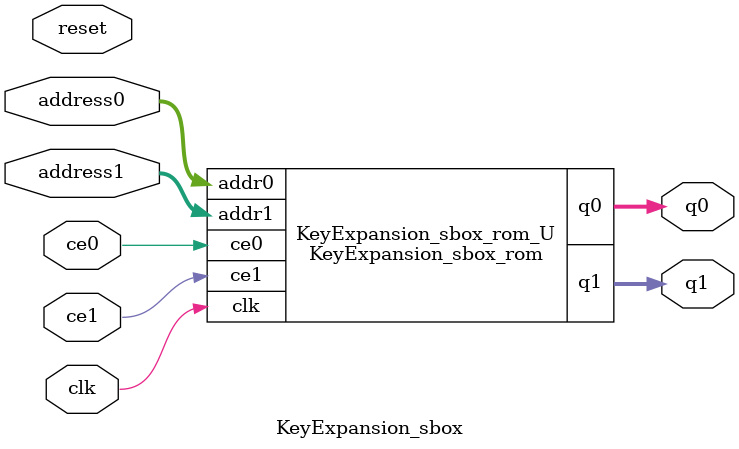
<source format=v>
`timescale 1 ns / 1 ps
module KeyExpansion_sbox_rom (
addr0, ce0, q0, addr1, ce1, q1, clk);

parameter DWIDTH = 8;
parameter AWIDTH = 8;
parameter MEM_SIZE = 256;

input[AWIDTH-1:0] addr0;
input ce0;
output reg[DWIDTH-1:0] q0;
input[AWIDTH-1:0] addr1;
input ce1;
output reg[DWIDTH-1:0] q1;
input clk;

reg [DWIDTH-1:0] ram[0:MEM_SIZE-1];

initial begin
ram[0] = 8'h63;
ram[1] = 8'h7C;
ram[2] = 8'h77;
ram[3] = 8'h7B;
ram[4] = 8'hF2;
ram[5] = 8'h6B;
ram[6] = 8'h6F;
ram[7] = 8'hC5;
ram[8] = 8'h30;
ram[9] = 8'h01;
ram[10] = 8'h67;
ram[11] = 8'h2B;
ram[12] = 8'hFE;
ram[13] = 8'hD7;
ram[14] = 8'hAB;
ram[15] = 8'h76;
ram[16] = 8'hCA;
ram[17] = 8'h82;
ram[18] = 8'hC9;
ram[19] = 8'h7D;
ram[20] = 8'hFA;
ram[21] = 8'h59;
ram[22] = 8'h47;
ram[23] = 8'hF0;
ram[24] = 8'hAD;
ram[25] = 8'hD4;
ram[26] = 8'hA2;
ram[27] = 8'hAF;
ram[28] = 8'h9C;
ram[29] = 8'hA4;
ram[30] = 8'h72;
ram[31] = 8'hC0;
ram[32] = 8'hB7;
ram[33] = 8'hFD;
ram[34] = 8'h93;
ram[35] = 8'h26;
ram[36] = 8'h36;
ram[37] = 8'h3F;
ram[38] = 8'hF7;
ram[39] = 8'hCC;
ram[40] = 8'h34;
ram[41] = 8'hA5;
ram[42] = 8'hE5;
ram[43] = 8'hF1;
ram[44] = 8'h71;
ram[45] = 8'hD8;
ram[46] = 8'h31;
ram[47] = 8'h15;
ram[48] = 8'h04;
ram[49] = 8'hC7;
ram[50] = 8'h23;
ram[51] = 8'hC3;
ram[52] = 8'h18;
ram[53] = 8'h96;
ram[54] = 8'h05;
ram[55] = 8'h9A;
ram[56] = 8'h07;
ram[57] = 8'h12;
ram[58] = 8'h80;
ram[59] = 8'hE2;
ram[60] = 8'hEB;
ram[61] = 8'h27;
ram[62] = 8'hB2;
ram[63] = 8'h75;
ram[64] = 8'h09;
ram[65] = 8'h83;
ram[66] = 8'h2C;
ram[67] = 8'h1A;
ram[68] = 8'h1B;
ram[69] = 8'h6E;
ram[70] = 8'h5A;
ram[71] = 8'hA0;
ram[72] = 8'h52;
ram[73] = 8'h3B;
ram[74] = 8'hD6;
ram[75] = 8'hB3;
ram[76] = 8'h29;
ram[77] = 8'hE3;
ram[78] = 8'h2F;
ram[79] = 8'h84;
ram[80] = 8'h53;
ram[81] = 8'hD1;
ram[82] = 8'h00;
ram[83] = 8'hED;
ram[84] = 8'h20;
ram[85] = 8'hFC;
ram[86] = 8'hB1;
ram[87] = 8'h5B;
ram[88] = 8'h6A;
ram[89] = 8'hCB;
ram[90] = 8'hBE;
ram[91] = 8'h39;
ram[92] = 8'h4A;
ram[93] = 8'h4C;
ram[94] = 8'h58;
ram[95] = 8'hCF;
ram[96] = 8'hD0;
ram[97] = 8'hEF;
ram[98] = 8'hAA;
ram[99] = 8'hFB;
ram[100] = 8'h43;
ram[101] = 8'h4D;
ram[102] = 8'h33;
ram[103] = 8'h85;
ram[104] = 8'h45;
ram[105] = 8'hF9;
ram[106] = 8'h02;
ram[107] = 8'h7F;
ram[108] = 8'h50;
ram[109] = 8'h3C;
ram[110] = 8'h9F;
ram[111] = 8'hA8;
ram[112] = 8'h51;
ram[113] = 8'hA3;
ram[114] = 8'h40;
ram[115] = 8'h8F;
ram[116] = 8'h92;
ram[117] = 8'h9D;
ram[118] = 8'h38;
ram[119] = 8'hF5;
ram[120] = 8'hBC;
ram[121] = 8'hB6;
ram[122] = 8'hDA;
ram[123] = 8'h21;
ram[124] = 8'h10;
ram[125] = 8'hFF;
ram[126] = 8'hF3;
ram[127] = 8'hD2;
ram[128] = 8'hCD;
ram[129] = 8'h0C;
ram[130] = 8'h13;
ram[131] = 8'hEC;
ram[132] = 8'h5F;
ram[133] = 8'h97;
ram[134] = 8'h44;
ram[135] = 8'h17;
ram[136] = 8'hC4;
ram[137] = 8'hA7;
ram[138] = 8'h7E;
ram[139] = 8'h3D;
ram[140] = 8'h64;
ram[141] = 8'h5D;
ram[142] = 8'h19;
ram[143] = 8'h73;
ram[144] = 8'h60;
ram[145] = 8'h81;
ram[146] = 8'h4F;
ram[147] = 8'hDC;
ram[148] = 8'h22;
ram[149] = 8'h2A;
ram[150] = 8'h90;
ram[151] = 8'h88;
ram[152] = 8'h46;
ram[153] = 8'hEE;
ram[154] = 8'hB8;
ram[155] = 8'h14;
ram[156] = 8'hDE;
ram[157] = 8'h5E;
ram[158] = 8'h0B;
ram[159] = 8'hDB;
ram[160] = 8'hE0;
ram[161] = 8'h32;
ram[162] = 8'h3A;
ram[163] = 8'h0A;
ram[164] = 8'h49;
ram[165] = 8'h06;
ram[166] = 8'h24;
ram[167] = 8'h5C;
ram[168] = 8'hC2;
ram[169] = 8'hD3;
ram[170] = 8'hAC;
ram[171] = 8'h62;
ram[172] = 8'h91;
ram[173] = 8'h95;
ram[174] = 8'hE4;
ram[175] = 8'h79;
ram[176] = 8'hE7;
ram[177] = 8'hC8;
ram[178] = 8'h37;
ram[179] = 8'h6D;
ram[180] = 8'h8D;
ram[181] = 8'hD5;
ram[182] = 8'h4E;
ram[183] = 8'hA9;
ram[184] = 8'h6C;
ram[185] = 8'h56;
ram[186] = 8'hF4;
ram[187] = 8'hEA;
ram[188] = 8'h65;
ram[189] = 8'h7A;
ram[190] = 8'hAE;
ram[191] = 8'h08;
ram[192] = 8'hBA;
ram[193] = 8'h78;
ram[194] = 8'h25;
ram[195] = 8'h2E;
ram[196] = 8'h1C;
ram[197] = 8'hA6;
ram[198] = 8'hB4;
ram[199] = 8'hC6;
ram[200] = 8'hE8;
ram[201] = 8'hDD;
ram[202] = 8'h74;
ram[203] = 8'h1F;
ram[204] = 8'h4B;
ram[205] = 8'hBD;
ram[206] = 8'h8B;
ram[207] = 8'h8A;
ram[208] = 8'h70;
ram[209] = 8'h3E;
ram[210] = 8'hB5;
ram[211] = 8'h66;
ram[212] = 8'h48;
ram[213] = 8'h03;
ram[214] = 8'hF6;
ram[215] = 8'h0E;
ram[216] = 8'h61;
ram[217] = 8'h35;
ram[218] = 8'h57;
ram[219] = 8'hB9;
ram[220] = 8'h86;
ram[221] = 8'hC1;
ram[222] = 8'h1D;
ram[223] = 8'h9E;
ram[224] = 8'hE1;
ram[225] = 8'hF8;
ram[226] = 8'h98;
ram[227] = 8'h11;
ram[228] = 8'h69;
ram[229] = 8'hD9;
ram[230] = 8'h8E;
ram[231] = 8'h94;
ram[232] = 8'h9B;
ram[233] = 8'h1E;
ram[234] = 8'h87;
ram[235] = 8'hE9;
ram[236] = 8'hCE;
ram[237] = 8'h55;
ram[238] = 8'h28;
ram[239] = 8'hDF;
ram[240] = 8'h8C;
ram[241] = 8'hA1;
ram[242] = 8'h89;
ram[243] = 8'h0D;
ram[244] = 8'hBF;
ram[245] = 8'hE6;
ram[246] = 8'h42;
ram[247] = 8'h68;
ram[248] = 8'h41;
ram[249] = 8'h99;
ram[250] = 8'h2D;
ram[251] = 8'h0F;
ram[252] = 8'hB0;
ram[253] = 8'h54;
ram[254] = 8'hBB;
ram[255] = 8'h16;
end



always @(posedge clk)  
begin 
    if (ce0) 
    begin
        q0 <= ram[addr0];
    end
end



always @(posedge clk)  
begin 
    if (ce1) 
    begin
        q1 <= ram[addr1];
    end
end



endmodule

`timescale 1 ns / 1 ps
module KeyExpansion_sbox(
    reset,
    clk,
    address0,
    ce0,
    q0,
    address1,
    ce1,
    q1);

parameter DataWidth = 32'd8;
parameter AddressRange = 32'd256;
parameter AddressWidth = 32'd8;
input reset;
input clk;
input[AddressWidth - 1:0] address0;
input ce0;
output[DataWidth - 1:0] q0;
input[AddressWidth - 1:0] address1;
input ce1;
output[DataWidth - 1:0] q1;



KeyExpansion_sbox_rom KeyExpansion_sbox_rom_U(
    .clk( clk ),
    .addr0( address0 ),
    .ce0( ce0 ),
    .q0( q0 ),
    .addr1( address1 ),
    .ce1( ce1 ),
    .q1( q1 ));

endmodule


</source>
